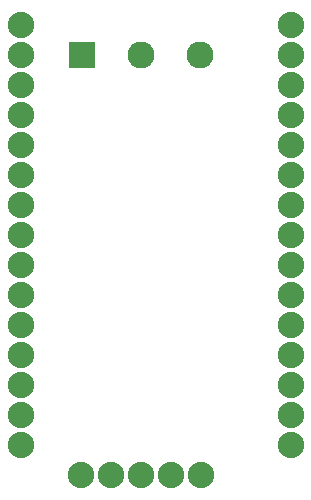
<source format=gbs>
G04 MADE WITH FRITZING*
G04 WWW.FRITZING.ORG*
G04 SINGLE SIDED*
G04 HOLES NOT PLATED*
G04 CONTOUR ON CENTER OF CONTOUR VECTOR*
%ASAXBY*%
%FSLAX23Y23*%
%MOIN*%
%OFA0B0*%
%SFA1.0B1.0*%
%ADD10C,0.090000*%
%ADD11C,0.088000*%
%ADD12R,0.090000X0.090000*%
%LNMASK0*%
G90*
G70*
G54D10*
X286Y1606D03*
X483Y1606D03*
X680Y1606D03*
G54D11*
X283Y206D03*
X383Y206D03*
X483Y206D03*
X583Y206D03*
X683Y206D03*
X983Y1706D03*
X983Y1606D03*
X983Y1506D03*
X983Y1406D03*
X983Y1306D03*
X983Y1206D03*
X983Y1106D03*
X983Y1006D03*
X983Y906D03*
X983Y806D03*
X983Y706D03*
X983Y606D03*
X983Y506D03*
X983Y406D03*
X983Y306D03*
X83Y1706D03*
X83Y1606D03*
X83Y1506D03*
X83Y1406D03*
X83Y1306D03*
X83Y1206D03*
X83Y1106D03*
X83Y1006D03*
X83Y906D03*
X83Y806D03*
X83Y706D03*
X83Y606D03*
X83Y506D03*
X83Y406D03*
X83Y306D03*
G54D12*
X286Y1606D03*
G04 End of Mask0*
M02*
</source>
